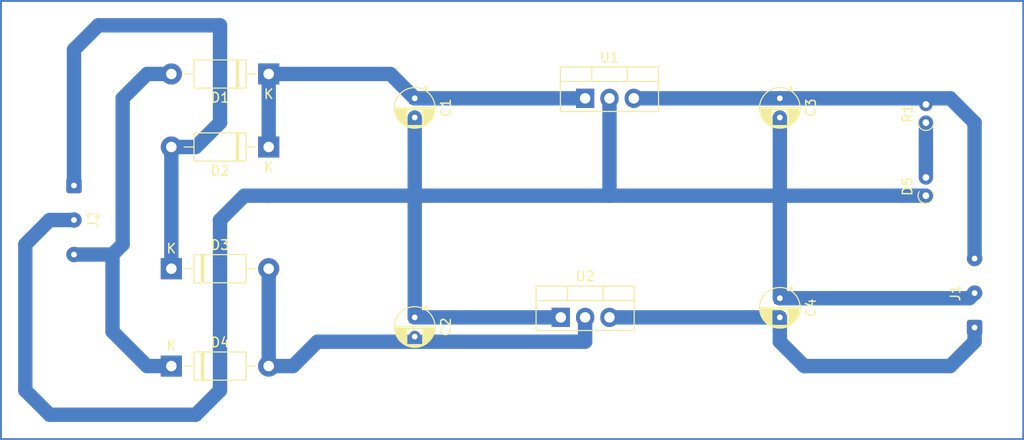
<source format=kicad_pcb>
(kicad_pcb (version 20211014) (generator pcbnew)
  (layers (0 "F.Cu" signal) (31 "B.Cu" signal) (34 "B.Paste" user) (35 "F.Paste" user) (36 "B.SilkS" user "B.Silkscreen") (37 "F.SilkS" user "F.Silkscreen") (38 "B.Mask" user) (39 "F.Mask" user) (44 "Edge.Cuts" user))
  (net 0 "")
  (net 1 "Net-(C1-Pad1)")
  (net 2 "Net-(D5-Pad2)")
  (net 3 "Net-(C2-Pad2)")
  (net 4 "Net-(C3-Pad1)")
  (net 5 "Net-(C4-Pad2)")
  (net 6 "Net-(C1-Pad2)")
  (net 7 "Net-(D1-Pad2)")
  (net 8 "Net-(D2-Pad2)")
  (footprint "Diode_THT:D_DO-41_SOD81_P10.16mm_Horizontal" (layer "F.Cu") (at 88.9 73.66 180)
    (fp_text reference "D1" (at 5.08 -2.47) (layer "F.SilkS"))
    (fp_text value "1N4007")
    (fp_text user "K" (at 0 -2.1) (layer "F.SilkS"))
    (fp_line (start 7.8 -1.47) (end 2.36 -1.47) (layer "F.SilkS") (width 0.12))
    (fp_line (start 7.8 1.47) (end 7.8 -1.47) (layer "F.SilkS") (width 0.12))
    (fp_line (start 3.26 -1.47) (end 3.26 1.47) (layer "F.SilkS") (width 0.12))
    (fp_line (start 3.14 -1.47) (end 3.14 1.47) (layer "F.SilkS") (width 0.12))
    (fp_line (start 2.36 -1.47) (end 2.36 1.47) (layer "F.SilkS") (width 0.12))
    (fp_line (start 2.36 1.47) (end 7.8 1.47) (layer "F.SilkS") (width 0.12))
    (fp_line (start 3.38 -1.47) (end 3.38 1.47) (layer "F.SilkS") (width 0.12))
    (fp_line (start 1.34 0) (end 2.36 0) (layer "F.SilkS") (width 0.12))
    (fp_line (start 8.82 0) (end 7.8 0) (layer "F.SilkS") (width 0.12))
    (pad "1" thru_hole rect (at 0 0 180) (size 2.2 2.2) (drill 1.1) (layers *.Cu *.Mask) (net 1 "Net-(C1-Pad1)"))
    (pad "2" thru_hole oval (at 10.16 0 180) (size 2.2 2.2) (drill 1.1) (layers *.Cu *.Mask) (net 7 "Net-(D1-Pad2)"))
  )
  (footprint "Connector_Wire:SolderWire-0.1sqmm_1x03_P3.6mm_D0.4mm_OD1mm" (layer "F.Cu") (at 162.56 100.12 90)
    (fp_text reference "J1" (at 3.6 -2 90) (layer "F.SilkS"))
    (fp_text value "Conn_01x03_Male")
    (pad "1" thru_hole roundrect (at 0 0 90) (size 1.6 1.6) (drill 0.6) (layers *.Cu *.Mask) (roundrect_rratio 0.15625) (net 5 "Net-(C4-Pad2)"))
    (pad "2" thru_hole circle (at 3.6 0 90) (size 1.6 1.6) (drill 0.6) (layers *.Cu *.Mask) (net 6 "Net-(C1-Pad2)"))
    (pad "3" thru_hole circle (at 7.2 0 90) (size 1.6 1.6) (drill 0.6) (layers *.Cu *.Mask) (net 4 "Net-(C3-Pad1)"))
  )
  (footprint "Diode_THT:D_DO-41_SOD81_P10.16mm_Horizontal" (layer "F.Cu") (at 88.9 81.28 180)
    (fp_text reference "D2" (at 5.08 -2.47) (layer "F.SilkS"))
    (fp_text value "1N4007")
    (fp_text user "K" (at 0 -2.1) (layer "F.SilkS"))
    (fp_line (start 7.8 1.47) (end 7.8 -1.47) (layer "F.SilkS") (width 0.12))
    (fp_line (start 3.38 -1.47) (end 3.38 1.47) (layer "F.SilkS") (width 0.12))
    (fp_line (start 7.8 -1.47) (end 2.36 -1.47) (layer "F.SilkS") (width 0.12))
    (fp_line (start 3.26 -1.47) (end 3.26 1.47) (layer "F.SilkS") (width 0.12))
    (fp_line (start 8.82 0) (end 7.8 0) (layer "F.SilkS") (width 0.12))
    (fp_line (start 2.36 1.47) (end 7.8 1.47) (layer "F.SilkS") (width 0.12))
    (fp_line (start 1.34 0) (end 2.36 0) (layer "F.SilkS") (width 0.12))
    (fp_line (start 3.14 -1.47) (end 3.14 1.47) (layer "F.SilkS") (width 0.12))
    (fp_line (start 2.36 -1.47) (end 2.36 1.47) (layer "F.SilkS") (width 0.12))
    (pad "1" thru_hole rect (at 0 0 180) (size 2.2 2.2) (drill 1.1) (layers *.Cu *.Mask) (net 1 "Net-(C1-Pad1)"))
    (pad "2" thru_hole oval (at 10.16 0 180) (size 2.2 2.2) (drill 1.1) (layers *.Cu *.Mask) (net 8 "Net-(D2-Pad2)"))
  )
  (footprint "Package_TO_SOT_THT:TO-220-3_Vertical" (layer "F.Cu") (at 119.38 99.06)
    (fp_text reference "U2" (at 2.54 -4.27) (layer "F.SilkS"))
    (fp_text value "LM7912_TO220")
    (fp_line (start -2.58 -1.76) (end 7.66 -1.76) (layer "F.SilkS") (width 0.12))
    (fp_line (start -2.58 1.371) (end 7.66 1.371) (layer "F.SilkS") (width 0.12))
    (fp_line (start 0.69 -3.27) (end 0.69 -1.76) (layer "F.SilkS") (width 0.12))
    (fp_line (start 7.66 -3.27) (end 7.66 1.371) (layer "F.SilkS") (width 0.12))
    (fp_line (start 4.391 -3.27) (end 4.391 -1.76) (layer "F.SilkS") (width 0.12))
    (fp_line (start -2.58 -3.27) (end -2.58 1.371) (layer "F.SilkS") (width 0.12))
    (fp_line (start -2.58 -3.27) (end 7.66 -3.27) (layer "F.SilkS") (width 0.12))
    (pad "1" thru_hole rect (at 0 0) (size 1.905 2) (drill 1.1) (layers *.Cu *.Mask) (net 6 "Net-(C1-Pad2)"))
    (pad "2" thru_hole oval (at 2.54 0) (size 1.905 2) (drill 1.1) (layers *.Cu *.Mask) (net 3 "Net-(C2-Pad2)"))
    (pad "3" thru_hole oval (at 5.08 0) (size 1.905 2) (drill 1.1) (layers *.Cu *.Mask) (net 5 "Net-(C4-Pad2)"))
  )
  (footprint "Capacitor_THT:CP_Radial_D4.0mm_P2.00mm" (layer "F.Cu") (at 104.14 99.06 -90)
    (fp_text reference "C2" (at 1 -3.25 90) (layer "F.SilkS"))
    (fp_text value "1000uf")
    (fp_line (start 1.841 -1.907) (end 1.841 -0.84) (layer "F.SilkS") (width 0.12))
    (fp_line (start 2.721 0.84) (end 2.721 1.2) (layer "F.SilkS") (width 0.12))
    (fp_line (start 1.52 0.84) (end 1.52 2.016) (layer "F.SilkS") (width 0.12))
    (fp_line (start 3.041 -0.537) (end 3.041 0.537) (layer "F.SilkS") (width 0.12))
    (fp_line (start 2.521 0.84) (end 2.521 1.438) (layer "F.SilkS") (width 0.12))
    (fp_line (start 2.281 0.84) (end 2.281 1.65) (layer "F.SilkS") (width 0.12))
    (fp_line (start 2.321 0.84) (end 2.321 1.619) (layer "F.SilkS") (width 0.12))
    (fp_line (start 2.601 -1.351) (end 2.601 -0.84) (layer "F.SilkS") (width 0.12))
    (fp_line (start 1.52 -2.016) (end 1.52 -0.84) (layer "F.SilkS") (width 0.12))
    (fp_line (start 2.401 -1.552) (end 2.401 -0.84) (layer "F.SilkS") (width 0.12))
    (fp_line (start 1.761 0.84) (end 1.761 1.94) (layer "F.SilkS") (width 0.12))
    (fp_line (start 2.441 -1.516) (end 2.441 -0.84) (layer "F.SilkS") (width 0.12))
    (fp_line (start 1.6 0.84) (end 1.6 1.994) (layer "F.SilkS") (width 0.12))
    (fp_line (start 1.721 -1.954) (end 1.721 -0.84) (layer "F.SilkS") (width 0.12))
    (fp_line (start 1.6 -1.994) (end 1.6 -0.84) (layer "F.SilkS") (width 0.12))
    (fp_line (start 1.24 -2.067) (end 1.24 -0.84) (layer "F.SilkS") (width 0.12))
    (fp_line (start 1.44 0.84) (end 1.44 2.034) (layer "F.SilkS") (width 0.12))
    (fp_line (start 2.041 0.84) (end 2.041 1.808) (layer "F.SilkS") (width 0.12))
    (fp_line (start 1.04 -2.08) (end 1.04 2.08) (layer "F.SilkS") (width 0.12))
    (fp_line (start 1.36 0.84) (end 1.36 2.05) (layer "F.SilkS") (width 0.12))
    (fp_line (start 2.441 0.84) (end 2.441 1.516) (layer "F.SilkS") (width 0.12))
    (fp_line (start 1.721 0.84) (end 1.721 1.954) (layer "F.SilkS") (width 0.12))
    (fp_line (start 1.921 -1.87) (end 1.921 -0.84) (layer "F.SilkS") (width 0.12))
    (fp_line (start 2.161 -1.735) (end 2.161 -0.84) (layer "F.SilkS") (width 0.12))
    (fp_line (start 2.561 0.84) (end 2.561 1.396) (layer "F.SilkS") (width 0.12))
    (fp_line (start 2.361 -1.587) (end 2.361 -0.84) (layer "F.SilkS") (width 0.12))
    (fp_line (start 2.481 -1.478) (end 2.481 -0.84) (layer "F.SilkS") (width 0.12))
    (fp_line (start 2.361 0.84) (end 2.361 1.587) (layer "F.SilkS") (width 0.12))
    (fp_line (start 2.681 -1.254) (end 2.681 -0.84) (layer "F.SilkS") (width 0.12))
    (fp_line (start 1.961 0.84) (end 1.961 1.851) (layer "F.SilkS") (width 0.12))
    (fp_line (start 1.36 -2.05) (end 1.36 -0.84) (layer "F.SilkS") (width 0.12))
    (fp_line (start 2.401 0.84) (end 2.401 1.552) (layer "F.SilkS") (width 0.12))
    (fp_line (start 2.881 -0.94) (end 2.881 0.94) (layer "F.SilkS") (width 0.12))
    (fp_line (start -1.269801 -1.195) (end -0.869801 -1.195) (layer "F.SilkS") (width 0.12))
    (fp_line (start 1.841 0.84) (end 1.841 1.907) (layer "F.SilkS") (width 0.12))
    (fp_line (start 2.161 0.84) (end 2.161 1.735) (layer "F.SilkS") (width 0.12))
    (fp_line (start 2.041 -1.808) (end 2.041 -0.84) (layer "F.SilkS") (width 0.12))
    (fp_line (start 1.28 -2.062) (end 1.28 -0.84) (layer "F.SilkS") (width 0.12))
    (fp_line (start -1.069801 -1.395) (end -1.069801 -0.995) (layer "F.SilkS") (width 0.12))
    (fp_line (start 1.48 0.84) (end 1.48 2.025) (layer "F.SilkS") (width 0.12))
    (fp_line (start 2.961 -0.768) (end 2.961 0.768) (layer "F.SilkS") (width 0.12))
    (fp_line (start 2.721 -1.2) (end 2.721 -0.84) (layer "F.SilkS") (width 0.12))
    (fp_line (start 2.841 -1.013) (end 2.841 1.013) (layer "F.SilkS") (width 0.12))
    (fp_line (start 1.2 0.84) (end 1.2 2.071) (layer "F.SilkS") (width 0.12))
    (fp_line (start 2.761 -1.142) (end 2.761 -0.84) (layer "F.SilkS") (width 0.12))
    (fp_line (start 2.481 0.84) (end 2.481 1.478) (layer "F.SilkS") (width 0.12))
    (fp_line (start 2.521 -1.438) (end 2.521 -0.84) (layer "F.SilkS") (width 0.12))
    (fp_line (start 2.801 -1.08) (end 2.801 -0.84) (layer "F.SilkS") (width 0.12))
    (fp_line (start 2.241 0.84) (end 2.241 1.68) (layer "F.SilkS") (width 0.12))
    (fp_line (start 2.001 -1.83) (end 2.001 -0.84) (layer "F.SilkS") (width 0.12))
    (fp_line (start 2.561 -1.396) (end 2.561 -0.84) (layer "F.SilkS") (width 0.12))
    (fp_line (start 2.201 0.84) (end 2.201 1.708) (layer "F.SilkS") (width 0.12))
    (fp_line (start 2.921 -0.859) (end 2.921 0.859) (layer "F.SilkS") (width 0.12))
    (fp_line (start 1.4 0.84) (end 1.4 2.042) (layer "F.SilkS") (width 0.12))
    (fp_line (start 1 -2.08) (end 1 2.08) (layer "F.SilkS") (width 0.12))
    (fp_line (start 1.881 -1.889) (end 1.881 -0.84) (layer "F.SilkS") (width 0.12))
    (fp_line (start 1.68 0.84) (end 1.68 1.968) (layer "F.SilkS") (width 0.12))
    (fp_line (start 1.801 0.84) (end 1.801 1.924) (layer "F.SilkS") (width 0.12))
    (fp_line (start 1.44 -2.034) (end 1.44 -0.84) (layer "F.SilkS") (width 0.12))
    (fp_line (start 2.121 -1.76) (end 2.121 -0.84) (layer "F.SilkS") (width 0.12))
    (fp_line (start 2.801 0.84) (end 2.801 1.08) (layer "F.SilkS") (width 0.12))
    (fp_line (start 2.001 0.84) (end 2.001 1.83) (layer "F.SilkS") (width 0.12))
    (fp_line (start 2.081 -1.785) (end 2.081 -0.84) (layer "F.SilkS") (width 0.12))
    (fp_line (start 1.961 -1.851) (end 1.961 -0.84) (layer "F.SilkS") (width 0.12))
    (fp_line (start 2.601 0.84) (end 2.601 1.351) (layer "F.SilkS") (width 0.12))
    (fp_line (start 1.24 0.84) (end 1.24 2.067) (layer "F.SilkS") (width 0.12))
    (fp_line (start 2.641 0.84) (end 2.641 1.304) (layer "F.SilkS") (width 0.12))
    (fp_line (start 1.921 0.84) (end 1.921 1.87) (layer "F.SilkS") (width 0.12))
    (fp_line (start 1.64 -1.982) (end 1.64 -0.84) (layer "F.SilkS") (width 0.12))
    (fp_line (start 2.121 0.84) (end 2.121 1.76) (layer "F.SilkS") (width 0.12))
    (fp_line (start 1.2 -2.071) (end 1.2 -0.84) (layer "F.SilkS") (width 0.12))
    (fp_line (start 2.681 0.84) (end 2.681 1.254) (layer "F.SilkS") (width 0.12))
    (fp_line (start 2.641 -1.304) (end 2.641 -0.84) (layer "F.SilkS") (width 0.12))
    (fp_line (start 1.56 0.84) (end 1.56 2.005) (layer "F.SilkS") (width 0.12))
    (fp_line (start 2.761 0.84) (end 2.761 1.142) (layer "F.SilkS") (width 0.12))
    (fp_line (start 1.64 0.84) (end 1.64 1.982) (layer "F.SilkS") (width 0.12))
    (fp_line (start 1.56 -2.005) (end 1.56 -0.84) (layer "F.SilkS") (width 0.12))
    (fp_line (start 1.08 -2.079) (end 1.08 2.079) (layer "F.SilkS") (width 0.12))
    (fp_line (start 1.28 0.84) (end 1.28 2.062) (layer "F.SilkS") (width 0.12))
    (fp_line (start 2.281 -1.65) (end 2.281 -0.84) (layer "F.SilkS") (width 0.12))
    (fp_line (start 1.32 -2.056) (end 1.32 -0.84) (layer "F.SilkS") (width 0.12))
    (fp_line (start 1.881 0.84) (end 1.881 1.889) (layer "F.SilkS") (width 0.12))
    (fp_line (start 2.201 -1.708) (end 2.201 -0.84) (layer "F.SilkS") (width 0.12))
    (fp_line (start 2.241 -1.68) (end 2.241 -0.84) (layer "F.SilkS") (width 0.12))
    (fp_line (start 1.48 -2.025) (end 1.48 -0.84) (layer "F.SilkS") (width 0.12))
    (fp_line (start 1.12 -2.077) (end 1.12 2.077) (layer "F.SilkS") (width 0.12))
    (fp_line (start 1.32 0.84) (end 1.32 2.056) (layer "F.SilkS") (width 0.12))
    (fp_line (start 3.081 -0.37) (end 3.081 0.37) (layer "F.SilkS") (width 0.12))
    (fp_line (start 1.16 -2.074) (end 1.16 2.074) (layer "F.SilkS") (width 0.12))
    (fp_line (start 2.321 -1.619) (end 2.321 -0.84) (layer "F.SilkS") (width 0.12))
    (fp_line (start 1.801 -1.924) (end 1.801 -0.84) (layer "F.SilkS") (width 0.12))
    (fp_line (start 1.4 -2.042) (end 1.4 -0.84) (layer "F.SilkS") (width 0.12))
    (fp_line (start 1.68 -1.968) (end 1.68 -0.84) (layer "F.SilkS") (width 0.12))
    (fp_line (start 1.761 -1.94) (end 1.761 -0.84) (layer "F.SilkS") (width 0.12))
    (fp_line (start 3.001 -0.664) (end 3.001 0.664) (layer "F.SilkS") (width 0.12))
    (fp_line (start 2.081 0.84) (end 2.081 1.785) (layer "F.SilkS") (width 0.12))
    (fp_circle (center 1 0) (end 3.12 0) (layer "F.SilkS") (width 0.12) (fill none))
    (pad "1" thru_hole rect (at 0 0 270) (size 1.2 1.2) (drill 0.6) (layers *.Cu *.Mask) (net 6 "Net-(C1-Pad2)"))
    (pad "2" thru_hole circle (at 2 0 270) (size 1.2 1.2) (drill 0.6) (layers *.Cu *.Mask) (net 3 "Net-(C2-Pad2)"))
  )
  (footprint "Resistor_THT:R_Axial_DIN0204_L3.6mm_D1.6mm_P1.90mm_Vertical" (layer "F.Cu") (at 157.48 78.74 90)
    (fp_text reference "R1" (at 0.95 -1.92 90) (layer "F.SilkS"))
    (fp_text value "R_Small")
    (fp_arc (start 0.320095 0.749359) (mid -0.813042 -0.054435) (end 0.417133 -0.7) (layer "F.SilkS") (width 0.12))
    (pad "1" thru_hole circle (at 0 0 90) (size 1.4 1.4) (drill 0.7) (layers *.Cu *.Mask) (net 2 "Net-(D5-Pad2)"))
    (pad "2" thru_hole oval (at 1.9 0 90) (size 1.4 1.4) (drill 0.7) (layers *.Cu *.Mask) (net 4 "Net-(C3-Pad1)"))
  )
  (footprint "Capacitor_THT:CP_Radial_D4.0mm_P2.00mm" (layer "F.Cu") (at 142.24 97.06 -90)
    (fp_text reference "C4" (at 1 -3.25 90) (layer "F.SilkS"))
    (fp_text value "100uf")
    (fp_line (start 1.32 0.84) (end 1.32 2.056) (layer "F.SilkS") (width 0.12))
    (fp_line (start 1 -2.08) (end 1 2.08) (layer "F.SilkS") (width 0.12))
    (fp_line (start 2.321 0.84) (end 2.321 1.619) (layer "F.SilkS") (width 0.12))
    (fp_line (start 3.001 -0.664) (end 3.001 0.664) (layer "F.SilkS") (width 0.12))
    (fp_line (start 2.401 0.84) (end 2.401 1.552) (layer "F.SilkS") (width 0.12))
    (fp_line (start 2.521 -1.438) (end 2.521 -0.84) (layer "F.SilkS") (width 0.12))
    (fp_line (start 2.081 -1.785) (end 2.081 -0.84) (layer "F.SilkS") (width 0.12))
    (fp_line (start 1.2 -2.071) (end 1.2 -0.84) (layer "F.SilkS") (width 0.12))
    (fp_line (start 2.481 0.84) (end 2.481 1.478) (layer "F.SilkS") (width 0.12))
    (fp_line (start -1.069801 -1.395) (end -1.069801 -0.995) (layer "F.SilkS") (width 0.12))
    (fp_line (start 2.361 0.84) (end 2.361 1.587) (layer "F.SilkS") (width 0.12))
    (fp_line (start 2.881 -0.94) (end 2.881 0.94) (layer "F.SilkS") (width 0.12))
    (fp_line (start 2.721 -1.2) (end 2.721 -0.84) (layer "F.SilkS") (width 0.12))
    (fp_line (start 1.36 0.84) (end 1.36 2.05) (layer "F.SilkS") (width 0.12))
    (fp_line (start 1.68 -1.968) (end 1.68 -0.84) (layer "F.SilkS") (width 0.12))
    (fp_line (start 2.561 0.84) (end 2.561 1.396) (layer "F.SilkS") (width 0.12))
    (fp_line (start 2.481 -1.478) (end 2.481 -0.84) (layer "F.SilkS") (width 0.12))
    (fp_line (start 1.881 -1.889) (end 1.881 -0.84) (layer "F.SilkS") (width 0.12))
    (fp_line (start 1.56 0.84) (end 1.56 2.005) (layer "F.SilkS") (width 0.12))
    (fp_line (start 1.64 0.84) (end 1.64 1.982) (layer "F.SilkS") (width 0.12))
    (fp_line (start 2.241 0.84) (end 2.241 1.68) (layer "F.SilkS") (width 0.12))
    (fp_line (start 2.601 -1.351) (end 2.601 -0.84) (layer "F.SilkS") (width 0.12))
    (fp_line (start 2.441 -1.516) (end 2.441 -0.84) (layer "F.SilkS") (width 0.12))
    (fp_line (start -1.269801 -1.195) (end -0.869801 -1.195) (layer "F.SilkS") (width 0.12))
    (fp_line (start 1.36 -2.05) (end 1.36 -0.84) (layer "F.SilkS") (width 0.12))
    (fp_line (start 2.641 -1.304) (end 2.641 -0.84) (layer "F.SilkS") (width 0.12))
    (fp_line (start 2.281 0.84) (end 2.281 1.65) (layer "F.SilkS") (width 0.12))
    (fp_line (start 1.841 -1.907) (end 1.841 -0.84) (layer "F.SilkS") (width 0.12))
    (fp_line (start 2.681 -1.254) (end 2.681 -0.84) (layer "F.SilkS") (width 0.12))
    (fp_line (start 2.641 0.84) (end 2.641 1.304) (layer "F.SilkS") (width 0.12))
    (fp_line (start 2.681 0.84) (end 2.681 1.254) (layer "F.SilkS") (width 0.12))
    (fp_line (start 1.881 0.84) (end 1.881 1.889) (layer "F.SilkS") (width 0.12))
    (fp_line (start 1.721 0.84) (end 1.721 1.954) (layer "F.SilkS") (width 0.12))
    (fp_line (start 1.52 -2.016) (end 1.52 -0.84) (layer "F.SilkS") (width 0.12))
    (fp_line (start 2.361 -1.587) (end 2.361 -0.84) (layer "F.SilkS") (width 0.12))
    (fp_line (start 1.12 -2.077) (end 1.12 2.077) (layer "F.SilkS") (width 0.12))
    (fp_line (start 2.041 0.84) (end 2.041 1.808) (layer "F.SilkS") (width 0.12))
    (fp_line (start 1.24 -2.067) (end 1.24 -0.84) (layer "F.SilkS") (width 0.12))
    (fp_line (start 2.121 -1.76) (end 2.121 -0.84) (layer "F.SilkS") (width 0.12))
    (fp_line (start 2.561 -1.396) (end 2.561 -0.84) (layer "F.SilkS") (width 0.12))
    (fp_line (start 2.001 0.84) (end 2.001 1.83) (layer "F.SilkS") (width 0.12))
    (fp_line (start 2.121 0.84) (end 2.121 1.76) (layer "F.SilkS") (width 0.12))
    (fp_line (start 1.4 -2.042) (end 1.4 -0.84) (layer "F.SilkS") (width 0.12))
    (fp_line (start 2.761 -1.142) (end 2.761 -0.84) (layer "F.SilkS") (width 0.12))
    (fp_line (start 2.281 -1.65) (end 2.281 -0.84) (layer "F.SilkS") (width 0.12))
    (fp_line (start 1.48 0.84) (end 1.48 2.025) (layer "F.SilkS") (width 0.12))
    (fp_line (start 1.801 -1.924) (end 1.801 -0.84) (layer "F.SilkS") (width 0.12))
    (fp_line (start 2.721 0.84) (end 2.721 1.2) (layer "F.SilkS") (width 0.12))
    (fp_line (start 1.28 0.84) (end 1.28 2.062) (layer "F.SilkS") (width 0.12))
    (fp_line (start 1.721 -1.954) (end 1.721 -0.84) (layer "F.SilkS") (width 0.12))
    (fp_line (start 1.24 0.84) (end 1.24 2.067) (layer "F.SilkS") (width 0.12))
    (fp_line (start 2.441 0.84) (end 2.441 1.516) (layer "F.SilkS") (width 0.12))
    (fp_line (start 1.28 -2.062) (end 1.28 -0.84) (layer "F.SilkS") (width 0.12))
    (fp_line (start 1.68 0.84) (end 1.68 1.968) (layer "F.SilkS") (width 0.12))
    (fp_line (start 1.6 0.84) (end 1.6 1.994) (layer "F.SilkS") (width 0.12))
    (fp_line (start 2.401 -1.552) (end 2.401 -0.84) (layer "F.SilkS") (width 0.12))
    (fp_line (start 2.201 0.84) (end 2.201 1.708) (layer "F.SilkS") (width 0.12))
    (fp_line (start 1.961 0.84) (end 1.961 1.851) (layer "F.SilkS") (width 0.12))
    (fp_line (start 2.521 0.84) (end 2.521 1.438) (layer "F.SilkS") (width 0.12))
    (fp_line (start 1.801 0.84) (end 1.801 1.924) (layer "F.SilkS") (width 0.12))
    (fp_line (start 2.321 -1.619) (end 2.321 -0.84) (layer "F.SilkS") (width 0.12))
    (fp_line (start 1.4 0.84) (end 1.4 2.042) (layer "F.SilkS") (width 0.12))
    (fp_line (start 1.761 0.84) (end 1.761 1.94) (layer "F.SilkS") (width 0.12))
    (fp_line (start 1.56 -2.005) (end 1.56 -0.84) (layer "F.SilkS") (width 0.12))
    (fp_line (start 2.841 -1.013) (end 2.841 1.013) (layer "F.SilkS") (width 0.12))
    (fp_line (start 1.16 -2.074) (end 1.16 2.074) (layer "F.SilkS") (width 0.12))
    (fp_line (start 1.921 0.84) (end 1.921 1.87) (layer "F.SilkS") (width 0.12))
    (fp_line (start 2.161 0.84) (end 2.161 1.735) (layer "F.SilkS") (width 0.12))
    (fp_line (start 1.32 -2.056) (end 1.32 -0.84) (layer "F.SilkS") (width 0.12))
    (fp_line (start 2.201 -1.708) (end 2.201 -0.84) (layer "F.SilkS") (width 0.12))
    (fp_line (start 2.161 -1.735) (end 2.161 -0.84) (layer "F.SilkS") (width 0.12))
    (fp_line (start 1.48 -2.025) (end 1.48 -0.84) (layer "F.SilkS") (width 0.12))
    (fp_line (start 1.6 -1.994) (end 1.6 -0.84) (layer "F.SilkS") (width 0.12))
    (fp_line (start 3.041 -0.537) (end 3.041 0.537) (layer "F.SilkS") (width 0.12))
    (fp_line (start 2.041 -1.808) (end 2.041 -0.84) (layer "F.SilkS") (width 0.12))
    (fp_line (start 2.601 0.84) (end 2.601 1.351) (layer "F.SilkS") (width 0.12))
    (fp_line (start 1.08 -2.079) (end 1.08 2.079) (layer "F.SilkS") (width 0.12))
    (fp_line (start 2.801 -1.08) (end 2.801 -0.84) (layer "F.SilkS") (width 0.12))
    (fp_line (start 1.921 -1.87) (end 1.921 -0.84) (layer "F.SilkS") (width 0.12))
    (fp_line (start 3.081 -0.37) (end 3.081 0.37) (layer "F.SilkS") (width 0.12))
    (fp_line (start 1.961 -1.851) (end 1.961 -0.84) (layer "F.SilkS") (width 0.12))
    (fp_line (start 1.44 0.84) (end 1.44 2.034) (layer "F.SilkS") (width 0.12))
    (fp_line (start 1.44 -2.034) (end 1.44 -0.84) (layer "F.SilkS") (width 0.12))
    (fp_line (start 2.801 0.84) (end 2.801 1.08) (layer "F.SilkS") (width 0.12))
    (fp_line (start 2.241 -1.68) (end 2.241 -0.84) (layer "F.SilkS") (width 0.12))
    (fp_line (start 1.64 -1.982) (end 1.64 -0.84) (layer "F.SilkS") (width 0.12))
    (fp_line (start 2.001 -1.83) (end 2.001 -0.84) (layer "F.SilkS") (width 0.12))
    (fp_line (start 1.52 0.84) (end 1.52 2.016) (layer "F.SilkS") (width 0.12))
    (fp_line (start 1.04 -2.08) (end 1.04 2.08) (layer "F.SilkS") (width 0.12))
    (fp_line (start 1.761 -1.94) (end 1.761 -0.84) (layer "F.SilkS") (width 0.12))
    (fp_line (start 1.2 0.84) (end 1.2 2.071) (layer "F.SilkS") (width 0.12))
    (fp_line (start 2.921 -0.859) (end 2.921 0.859) (layer "F.SilkS") (width 0.12))
    (fp_line (start 2.081 0.84) (end 2.081 1.785) (layer "F.SilkS") (width 0.12))
    (fp_line (start 2.961 -0.768) (end 2.961 0.768) (layer "F.SilkS") (width 0.12))
    (fp_line (start 1.841 0.84) (end 1.841 1.907) (layer "F.SilkS") (width 0.12))
    (fp_line (start 2.761 0.84) (end 2.761 1.142) (layer "F.SilkS") (width 0.12))
    (fp_circle (center 1 0) (end 3.12 0) (layer "F.SilkS") (width 0.12) (fill none))
    (pad "1" thru_hole rect (at 0 0 270) (size 1.2 1.2) (drill 0.6) (layers *.Cu *.Mask) (net 6 "Net-(C1-Pad2)"))
    (pad "2" thru_hole circle (at 2 0 270) (size 1.2 1.2) (drill 0.6) (layers *.Cu *.Mask) (net 5 "Net-(C4-Pad2)"))
  )
  (footprint "Diode_THT:D_DO-41_SOD81_P10.16mm_Horizontal" (layer "F.Cu") (at 78.74 93.98)
    (fp_text reference "D3" (at 5.08 -2.47) (layer "F.SilkS"))
    (fp_text value "1N4007")
    (fp_text user "K" (at 0 -2.1) (layer "F.SilkS"))
    (fp_line (start 7.8 1.47) (end 7.8 -1.47) (layer "F.SilkS") (width 0.12))
    (fp_line (start 1.34 0) (end 2.36 0) (layer "F.SilkS") (width 0.12))
    (fp_line (start 2.36 1.47) (end 7.8 1.47) (layer "F.SilkS") (width 0.12))
    (fp_line (start 3.26 -1.47) (end 3.26 1.47) (layer "F.SilkS") (width 0.12))
    (fp_line (start 3.14 -1.47) (end 3.14 1.47) (layer "F.SilkS") (width 0.12))
    (fp_line (start 2.36 -1.47) (end 2.36 1.47) (layer "F.SilkS") (width 0.12))
    (fp_line (start 7.8 -1.47) (end 2.36 -1.47) (layer "F.SilkS") (width 0.12))
    (fp_line (start 8.82 0) (end 7.8 0) (layer "F.SilkS") (width 0.12))
    (fp_line (start 3.38 -1.47) (end 3.38 1.47) (layer "F.SilkS") (width 0.12))
    (pad "1" thru_hole rect (at 0 0) (size 2.2 2.2) (drill 1.1) (layers *.Cu *.Mask) (net 8 "Net-(D2-Pad2)"))
    (pad "2" thru_hole oval (at 10.16 0) (size 2.2 2.2) (drill 1.1) (layers *.Cu *.Mask) (net 3 "Net-(C2-Pad2)"))
  )
  (footprint "Resistor_THT:R_Axial_DIN0204_L3.6mm_D1.6mm_P1.90mm_Vertical" (layer "F.Cu") (at 157.48 86.36 90)
    (fp_text reference "D5" (at 0.95 -1.92 90) (layer "F.SilkS"))
    (fp_text value "LED")
    (fp_arc (start 0.320095 0.749359) (mid -0.813042 -0.054435) (end 0.417133 -0.7) (layer "F.SilkS") (width 0.12))
    (pad "1" thru_hole circle (at 0 0 90) (size 1.4 1.4) (drill 0.7) (layers *.Cu *.Mask) (net 6 "Net-(C1-Pad2)"))
    (pad "2" thru_hole oval (at 1.9 0 90) (size 1.4 1.4) (drill 0.7) (layers *.Cu *.Mask) (net 2 "Net-(D5-Pad2)"))
  )
  (footprint "Capacitor_THT:CP_Radial_D4.0mm_P2.00mm" (layer "F.Cu") (at 142.24 76.2 -90)
    (fp_text reference "C3" (at 1 -3.25 90) (layer "F.SilkS"))
    (fp_text value "100uf")
    (fp_line (start 2.241 -1.68) (end 2.241 -0.84) (layer "F.SilkS") (width 0.12))
    (fp_line (start 3.001 -0.664) (end 3.001 0.664) (layer "F.SilkS") (width 0.12))
    (fp_line (start 2.041 0.84) (end 2.041 1.808) (layer "F.SilkS") (width 0.12))
    (fp_line (start 1.801 0.84) (end 1.801 1.924) (layer "F.SilkS") (width 0.12))
    (fp_line (start 1.16 -2.074) (end 1.16 2.074) (layer "F.SilkS") (width 0.12))
    (fp_line (start 3.041 -0.537) (end 3.041 0.537) (layer "F.SilkS") (width 0.12))
    (fp_line (start 1.36 -2.05) (end 1.36 -0.84) (layer "F.SilkS") (width 0.12))
    (fp_line (start 1.56 0.84) (end 1.56 2.005) (layer "F.SilkS") (width 0.12))
    (fp_line (start 2.241 0.84) (end 2.241 1.68) (layer "F.SilkS") (width 0.12))
    (fp_line (start 2.761 0.84) (end 2.761 1.142) (layer "F.SilkS") (width 0.12))
    (fp_line (start 1.32 -2.056) (end 1.32 -0.84) (layer "F.SilkS") (width 0.12))
    (fp_line (start 2.361 -1.587) (end 2.361 -0.84) (layer "F.SilkS") (width 0.12))
    (fp_line (start 1 -2.08) (end 1 2.08) (layer "F.SilkS") (width 0.12))
    (fp_line (start 1.24 -2.067) (end 1.24 -0.84) (layer "F.SilkS") (width 0.12))
    (fp_line (start 2.401 -1.552) (end 2.401 -0.84) (layer "F.SilkS") (width 0.12))
    (fp_line (start 1.921 -1.87) (end 1.921 -0.84) (layer "F.SilkS") (width 0.12))
    (fp_line (start 1.2 0.84) (end 1.2 2.071) (layer "F.SilkS") (width 0.12))
    (fp_line (start 2.361 0.84) (end 2.361 1.587) (layer "F.SilkS") (width 0.12))
    (fp_line (start 1.921 0.84) (end 1.921 1.87) (layer "F.SilkS") (width 0.12))
    (fp_line (start 3.081 -0.37) (end 3.081 0.37) (layer "F.SilkS") (width 0.12))
    (fp_line (start 1.721 -1.954) (end 1.721 -0.84) (layer "F.SilkS") (width 0.12))
    (fp_line (start 2.161 -1.735) (end 2.161 -0.84) (layer "F.SilkS") (width 0.12))
    (fp_line (start 2.321 -1.619) (end 2.321 -0.84) (layer "F.SilkS") (width 0.12))
    (fp_line (start 1.32 0.84) (end 1.32 2.056) (layer "F.SilkS") (width 0.12))
    (fp_line (start 1.881 -1.889) (end 1.881 -0.84) (layer "F.SilkS") (width 0.12))
    (fp_line (start 2.681 0.84) (end 2.681 1.254) (layer "F.SilkS") (width 0.12))
    (fp_line (start 1.36 0.84) (end 1.36 2.05) (layer "F.SilkS") (width 0.12))
    (fp_line (start 2.001 0.84) (end 2.001 1.83) (layer "F.SilkS") (width 0.12))
    (fp_line (start 1.08 -2.079) (end 1.08 2.079) (layer "F.SilkS") (width 0.12))
    (fp_line (start 2.801 0.84) (end 2.801 1.08) (layer "F.SilkS") (width 0.12))
    (fp_line (start 2.121 0.84) (end 2.121 1.76) (layer "F.SilkS") (width 0.12))
    (fp_line (start 1.2 -2.071) (end 1.2 -0.84) (layer "F.SilkS") (width 0.12))
    (fp_line (start 2.081 -1.785) (end 2.081 -0.84) (layer "F.SilkS") (width 0.12))
    (fp_line (start 2.041 -1.808) (end 2.041 -0.84) (layer "F.SilkS") (width 0.12))
    (fp_line (start 2.521 0.84) (end 2.521 1.438) (layer "F.SilkS") (width 0.12))
    (fp_line (start 2.001 -1.83) (end 2.001 -0.84) (layer "F.SilkS") (width 0.12))
    (fp_line (start 1.721 0.84) (end 1.721 1.954) (layer "F.SilkS") (width 0.12))
    (fp_line (start 2.681 -1.254) (end 2.681 -0.84) (layer "F.SilkS") (width 0.12))
    (fp_line (start 2.881 -0.94) (end 2.881 0.94) (layer "F.SilkS") (width 0.12))
    (fp_line (start 2.201 0.84) (end 2.201 1.708) (layer "F.SilkS") (width 0.12))
    (fp_line (start 2.561 -1.396) (end 2.561 -0.84) (layer "F.SilkS") (width 0.12))
    (fp_line (start 1.68 -1.968) (end 1.68 -0.84) (layer "F.SilkS") (width 0.12))
    (fp_line (start 1.68 0.84) (end 1.68 1.968) (layer "F.SilkS") (width 0.12))
    (fp_line (start 1.961 -1.851) (end 1.961 -0.84) (layer "F.SilkS") (width 0.12))
    (fp_line (start 1.28 -2.062) (end 1.28 -0.84) (layer "F.SilkS") (width 0.12))
    (fp_line (start 1.841 0.84) (end 1.841 1.907) (layer "F.SilkS") (width 0.12))
    (fp_line (start 1.48 -2.025) (end 1.48 -0.84) (layer "F.SilkS") (width 0.12))
    (fp_line (start 1.52 0.84) (end 1.52 2.016) (layer "F.SilkS") (width 0.12))
    (fp_line (start 1.4 0.84) (end 1.4 2.042) (layer "F.SilkS") (width 0.12))
    (fp_line (start 2.481 0.84) (end 2.481 1.478) (layer "F.SilkS") (width 0.12))
    (fp_line (start 2.441 0.84) (end 2.441 1.516) (layer "F.SilkS") (width 0.12))
    (fp_line (start 2.161 0.84) (end 2.161 1.735) (layer "F.SilkS") (width 0.12))
    (fp_line (start 2.401 0.84) (end 2.401 1.552) (layer "F.SilkS") (width 0.12))
    (fp_line (start 2.641 -1.304) (end 2.641 -0.84) (layer "F.SilkS") (width 0.12))
    (fp_line (start 2.761 -1.142) (end 2.761 -0.84) (layer "F.SilkS") (width 0.12))
    (fp_line (start 2.921 -0.859) (end 2.921 0.859) (layer "F.SilkS") (width 0.12))
    (fp_line (start 1.48 0.84) (end 1.48 2.025) (layer "F.SilkS") (width 0.12))
    (fp_line (start 1.841 -1.907) (end 1.841 -0.84) (layer "F.SilkS") (width 0.12))
    (fp_line (start 1.44 0.84) (end 1.44 2.034) (layer "F.SilkS") (width 0.12))
    (fp_line (start 2.441 -1.516) (end 2.441 -0.84) (layer "F.SilkS") (width 0.12))
    (fp_line (start 2.281 0.84) (end 2.281 1.65) (layer "F.SilkS") (width 0.12))
    (fp_line (start 2.121 -1.76) (end 2.121 -0.84) (layer "F.SilkS") (width 0.12))
    (fp_line (start 1.24 0.84) (end 1.24 2.067) (layer "F.SilkS") (width 0.12))
    (fp_line (start 1.64 -1.982) (end 1.64 -0.84) (layer "F.SilkS") (width 0.12))
    (fp_line (start 1.6 -1.994) (end 1.6 -0.84) (layer "F.SilkS") (width 0.12))
    (fp_line (start 2.601 0.84) (end 2.601 1.351) (layer "F.SilkS") (width 0.12))
    (fp_line (start 1.801 -1.924) (end 1.801 -0.84) (layer "F.SilkS") (width 0.12))
    (fp_line (start 2.481 -1.478) (end 2.481 -0.84) (layer "F.SilkS") (width 0.12))
    (fp_line (start 2.521 -1.438) (end 2.521 -0.84) (layer "F.SilkS") (width 0.12))
    (fp_line (start 1.4 -2.042) (end 1.4 -0.84) (layer "F.SilkS") (width 0.12))
    (fp_line (start 2.641 0.84) (end 2.641 1.304) (layer "F.SilkS") (width 0.12))
    (fp_line (start 1.961 0.84) (end 1.961 1.851) (layer "F.SilkS") (width 0.12))
    (fp_line (start 1.04 -2.08) (end 1.04 2.08) (layer "F.SilkS") (width 0.12))
    (fp_line (start 1.64 0.84) (end 1.64 1.982) (layer "F.SilkS") (width 0.12))
    (fp_line (start 2.841 -1.013) (end 2.841 1.013) (layer "F.SilkS") (width 0.12))
    (fp_line (start 1.881 0.84) (end 1.881 1.889) (layer "F.SilkS") (width 0.12))
    (fp_line (start 1.761 -1.94) (end 1.761 -0.84) (layer "F.SilkS") (width 0.12))
    (fp_line (start 2.321 0.84) (end 2.321 1.619) (layer "F.SilkS") (width 0.12))
    (fp_line (start 2.081 0.84) (end 2.081 1.785) (layer "F.SilkS") (width 0.12))
    (fp_line (start -1.069801 -1.395) (end -1.069801 -0.995) (layer "F.SilkS") (width 0.12))
    (fp_line (start -1.269801 -1.195) (end -0.869801 -1.195) (layer "F.SilkS") (width 0.12))
    (fp_line (start 1.6 0.84) (end 1.6 1.994) (layer "F.SilkS") (width 0.12))
    (fp_line (start 2.561 0.84) (end 2.561 1.396) (layer "F.SilkS") (width 0.12))
    (fp_line (start 2.281 -1.65) (end 2.281 -0.84) (layer "F.SilkS") (width 0.12))
    (fp_line (start 1.12 -2.077) (end 1.12 2.077) (layer "F.SilkS") (width 0.12))
    (fp_line (start 2.601 -1.351) (end 2.601 -0.84) (layer "F.SilkS") (width 0.12))
    (fp_line (start 2.201 -1.708) (end 2.201 -0.84) (layer "F.SilkS") (width 0.12))
    (fp_line (start 2.721 -1.2) (end 2.721 -0.84) (layer "F.SilkS") (width 0.12))
    (fp_line (start 2.961 -0.768) (end 2.961 0.768) (layer "F.SilkS") (width 0.12))
    (fp_line (start 2.801 -1.08) (end 2.801 -0.84) (layer "F.SilkS") (width 0.12))
    (fp_line (start 1.44 -2.034) (end 1.44 -0.84) (layer "F.SilkS") (width 0.12))
    (fp_line (start 1.761 0.84) (end 1.761 1.94) (layer "F.SilkS") (width 0.12))
    (fp_line (start 2.721 0.84) (end 2.721 1.2) (layer "F.SilkS") (width 0.12))
    (fp_line (start 1.28 0.84) (end 1.28 2.062) (layer "F.SilkS") (width 0.12))
    (fp_line (start 1.56 -2.005) (end 1.56 -0.84) (layer "F.SilkS") (width 0.12))
    (fp_line (start 1.52 -2.016) (end 1.52 -0.84) (layer "F.SilkS") (width 0.12))
    (fp_circle (center 1 0) (end 3.12 0) (layer "F.SilkS") (width 0.12) (fill none))
    (pad "1" thru_hole rect (at 0 0 270) (size 1.2 1.2) (drill 0.6) (layers *.Cu *.Mask) (net 4 "Net-(C3-Pad1)"))
    (pad "2" thru_hole circle (at 2 0 270) (size 1.2 1.2) (drill 0.6) (layers *.Cu *.Mask) (net 6 "Net-(C1-Pad2)"))
  )
  (footprint "Diode_THT:D_DO-41_SOD81_P10.16mm_Horizontal" (layer "F.Cu") (at 78.74 104.14)
    (fp_text reference "D4" (at 5.08 -2.47) (layer "F.SilkS"))
    (fp_text value "1N4007")
    (fp_text user "K" (at 0 -2.1) (layer "F.SilkS"))
    (fp_line (start 3.38 -1.47) (end 3.38 1.47) (layer "F.SilkS") (width 0.12))
    (fp_line (start 7.8 1.47) (end 7.8 -1.47) (layer "F.SilkS") (width 0.12))
    (fp_line (start 1.34 0) (end 2.36 0) (layer "F.SilkS") (width 0.12))
    (fp_line (start 8.82 0) (end 7.8 0) (layer "F.SilkS") (width 0.12))
    (fp_line (start 7.8 -1.47) (end 2.36 -1.47) (layer "F.SilkS") (width 0.12))
    (fp_line (start 3.14 -1.47) (end 3.14 1.47) (layer "F.SilkS") (width 0.12))
    (fp_line (start 2.36 -1.47) (end 2.36 1.47) (layer "F.SilkS") (width 0.12))
    (fp_line (start 3.26 -1.47) (end 3.26 1.47) (layer "F.SilkS") (width 0.12))
    (fp_line (start 2.36 1.47) (end 7.8 1.47) (layer "F.SilkS") (width 0.12))
    (pad "1" thru_hole rect (at 0 0) (size 2.2 2.2) (drill 1.1) (layers *.Cu *.Mask) (net 7 "Net-(D1-Pad2)"))
    (pad "2" thru_hole oval (at 10.16 0) (size 2.2 2.2) (drill 1.1) (layers *.Cu *.Mask) (net 3 "Net-(C2-Pad2)"))
  )
  (footprint "Connector_Wire:SolderWire-0.1sqmm_1x03_P3.6mm_D0.4mm_OD1mm" (layer "F.Cu") (at 68.58 85.3 -90)
    (fp_text reference "J2" (at 3.6 -2 90) (layer "F.SilkS"))
    (fp_text value "Conn_01x03_Male")
    (pad "1" thru_hole roundrect (at 0 0 270) (size 1.6 1.6) (drill 0.6) (layers *.Cu *.Mask) (roundrect_rratio 0.15625) (net 8 "Net-(D2-Pad2)"))
    (pad "2" thru_hole circle (at 3.6 0 270) (size 1.6 1.6) (drill 0.6) (layers *.Cu *.Mask) (net 6 "Net-(C1-Pad2)"))
    (pad "3" thru_hole circle (at 7.2 0 270) (size 1.6 1.6) (drill 0.6) (layers *.Cu *.Mask) (net 7 "Net-(D1-Pad2)"))
  )
  (footprint "Package_TO_SOT_THT:TO-220-3_Vertical" (layer "F.Cu") (at 121.92 76.2)
    (fp_text reference "U1" (at 2.54 -4.27) (layer "F.SilkS"))
    (fp_text value "LM7812_TO220")
    (fp_line (start -2.58 -3.27) (end -2.58 1.371) (layer "F.SilkS") (width 0.12))
    (fp_line (start -2.58 1.371) (end 7.66 1.371) (layer "F.SilkS") (width 0.12))
    (fp_line (start -2.58 -1.76) (end 7.66 -1.76) (layer "F.SilkS") (width 0.12))
    (fp_line (start 4.391 -3.27) (end 4.391 -1.76) (layer "F.SilkS") (width 0.12))
    (fp_line (start 7.66 -3.27) (end 7.66 1.371) (layer "F.SilkS") (width 0.12))
    (fp_line (start 0.69 -3.27) (end 0.69 -1.76) (layer "F.SilkS") (width 0.12))
    (fp_line (start -2.58 -3.27) (end 7.66 -3.27) (layer "F.SilkS") (width 0.12))
    (pad "1" thru_hole rect (at 0 0) (size 1.905 2) (drill 1.1) (layers *.Cu *.Mask) (net 1 "Net-(C1-Pad1)"))
    (pad "2" thru_hole oval (at 2.54 0) (size 1.905 2) (drill 1.1) (layers *.Cu *.Mask) (net 6 "Net-(C1-Pad2)"))
    (pad "3" thru_hole oval (at 5.08 0) (size 1.905 2) (drill 1.1) (layers *.Cu *.Mask) (net 4 "Net-(C3-Pad1)"))
  )
  (footprint "Capacitor_THT:CP_Radial_D4.0mm_P2.00mm" (layer "F.Cu") (at 104.14 76.2 -90)
    (fp_text reference "C1" (at 1 -3.25 90) (layer "F.SilkS"))
    (fp_text value "1000uf")
    (fp_line (start 1.08 -2.079) (end 1.08 2.079) (layer "F.SilkS") (width 0.12))
    (fp_line (start 1.32 -2.056) (end 1.32 -0.84) (layer "F.SilkS") (width 0.12))
    (fp_line (start 1.44 0.84) (end 1.44 2.034) (layer "F.SilkS") (width 0.12))
    (fp_line (start 2.401 -1.552) (end 2.401 -0.84) (layer "F.SilkS") (width 0.12))
    (fp_line (start 1.961 0.84) (end 1.961 1.851) (layer "F.SilkS") (width 0.12))
    (fp_line (start 2.601 0.84) (end 2.601 1.351) (layer "F.SilkS") (width 0.12))
    (fp_line (start 2.641 0.84) (end 2.641 1.304) (layer "F.SilkS") (width 0.12))
    (fp_line (start 2.481 -1.478) (end 2.481 -0.84) (layer "F.SilkS") (width 0.12))
    (fp_line (start 2.241 0.84) (end 2.241 1.68) (layer "F.SilkS") (width 0.12))
    (fp_line (start 2.601 -1.351) (end 2.601 -0.84) (layer "F.SilkS") (width 0.12))
    (fp_line (start 2.001 0.84) (end 2.001 1.83) (layer "F.SilkS") (width 0.12))
    (fp_line (start 2.801 -1.08) (end 2.801 -0.84) (layer "F.SilkS") (width 0.12))
    (fp_line (start 1.961 -1.851) (end 1.961 -0.84) (layer "F.SilkS") (width 0.12))
    (fp_line (start 2.161 0.84) (end 2.161 1.735) (layer "F.SilkS") (width 0.12))
    (fp_line (start 2.281 0.84) (end 2.281 1.65) (layer "F.SilkS") (width 0.12))
    (fp_line (start 2.681 -1.254) (end 2.681 -0.84) (layer "F.SilkS") (width 0.12))
    (fp_line (start 1.68 -1.968) (end 1.68 -0.84) (layer "F.SilkS") (width 0.12))
    (fp_line (start 2.441 0.84) (end 2.441 1.516) (layer "F.SilkS") (width 0.12))
    (fp_line (start 1.761 0.84) (end 1.761 1.94) (layer "F.SilkS") (width 0.12))
    (fp_line (start 2.761 0.84) (end 2.761 1.142) (layer "F.SilkS") (width 0.12))
    (fp_line (start 1.04 -2.08) (end 1.04 2.08) (layer "F.SilkS") (width 0.12))
    (fp_line (start 1.12 -2.077) (end 1.12 2.077) (layer "F.SilkS") (width 0.12))
    (fp_line (start 1.48 0.84) (end 1.48 2.025) (layer "F.SilkS") (width 0.12))
    (fp_line (start 2.081 0.84) (end 2.081 1.785) (layer "F.SilkS") (width 0.12))
    (fp_line (start 1.841 -1.907) (end 1.841 -0.84) (layer "F.SilkS") (width 0.12))
    (fp_line (start 2.361 0.84) (end 2.361 1.587) (layer "F.SilkS") (width 0.12))
    (fp_line (start 1.801 0.84) (end 1.801 1.924) (layer "F.SilkS") (width 0.12))
    (fp_line (start 2.881 -0.94) (end 2.881 0.94) (layer "F.SilkS") (width 0.12))
    (fp_line (start 3.081 -0.37) (end 3.081 0.37) (layer "F.SilkS") (width 0.12))
    (fp_line (start 2.961 -0.768) (end 2.961 0.768) (layer "F.SilkS") (width 0.12))
    (fp_line (start 2.041 0.84) (end 2.041 1.808) (layer "F.SilkS") (width 0.12))
    (fp_line (start 1.761 -1.94) (end 1.761 -0.84) (layer "F.SilkS") (width 0.12))
    (fp_line (start 2.001 -1.83) (end 2.001 -0.84) (layer "F.SilkS") (width 0.12))
    (fp_line (start 2.841 -1.013) (end 2.841 1.013) (layer "F.SilkS") (width 0.12))
    (fp_line (start 2.121 -1.76) (end 2.121 -0.84) (layer "F.SilkS") (width 0.12))
    (fp_line (start 1.921 -1.87) (end 1.921 -0.84) (layer "F.SilkS") (width 0.12))
    (fp_line (start 2.641 -1.304) (end 2.641 -0.84) (layer "F.SilkS") (width 0.12))
    (fp_line (start 1.881 0.84) (end 1.881 1.889) (layer "F.SilkS") (width 0.12))
    (fp_line (start 1.16 -2.074) (end 1.16 2.074) (layer "F.SilkS") (width 0.12))
    (fp_line (start 2.521 0.84) (end 2.521 1.438) (layer "F.SilkS") (width 0.12))
    (fp_line (start 1.68 0.84) (end 1.68 1.968) (layer "F.SilkS") (width 0.12))
    (fp_line (start 2.721 0.84) (end 2.721 1.2) (layer "F.SilkS") (width 0.12))
    (fp_line (start 2.321 0.84) (end 2.321 1.619) (layer "F.SilkS") (width 0.12))
    (fp_line (start 1.6 -1.994) (end 1.6 -0.84) (layer "F.SilkS") (width 0.12))
    (fp_line (start 1.52 0.84) (end 1.52 2.016) (layer "F.SilkS") (width 0.12))
    (fp_line (start 1.24 0.84) (end 1.24 2.067) (layer "F.SilkS") (width 0.12))
    (fp_line (start 1.64 0.84) (end 1.64 1.982) (layer "F.SilkS") (width 0.12))
    (fp_line (start 1.4 -2.042) (end 1.4 -0.84) (layer "F.SilkS") (width 0.12))
    (fp_line (start 2.721 -1.2) (end 2.721 -0.84) (layer "F.SilkS") (width 0.12))
    (fp_line (start 2.561 0.84) (end 2.561 1.396) (layer "F.SilkS") (width 0.12))
    (fp_line (start 2.761 -1.142) (end 2.761 -0.84) (layer "F.SilkS") (width 0.12))
    (fp_line (start 2.241 -1.68) (end 2.241 -0.84) (layer "F.SilkS") (width 0.12))
    (fp_line (start 2.201 -1.708) (end 2.201 -0.84) (layer "F.SilkS") (width 0.12))
    (fp_line (start 1.44 -2.034) (end 1.44 -0.84) (layer "F.SilkS") (width 0.12))
    (fp_line (start 1.921 0.84) (end 1.921 1.87) (layer "F.SilkS") (width 0.12))
    (fp_line (start 1.28 -2.062) (end 1.28 -0.84) (layer "F.SilkS") (width 0.12))
    (fp_line (start 1.56 -2.005) (end 1.56 -0.84) (layer "F.SilkS") (width 0.12))
    (fp_line (start 1.841 0.84) (end 1.841 1.907) (layer "F.SilkS") (width 0.12))
    (fp_line (start 2.401 0.84) (end 2.401 1.552) (layer "F.SilkS") (width 0.12))
    (fp_line (start 2.921 -0.859) (end 2.921 0.859) (layer "F.SilkS") (width 0.12))
    (fp_line (start 1.52 -2.016) (end 1.52 -0.84) (layer "F.SilkS") (width 0.12))
    (fp_line (start 2.201 0.84) (end 2.201 1.708) (layer "F.SilkS") (width 0.12))
    (fp_line (start 2.161 -1.735) (end 2.161 -0.84) (layer "F.SilkS") (width 0.12))
    (fp_line (start 1.721 0.84) (end 1.721 1.954) (layer "F.SilkS") (width 0.12))
    (fp_line (start 1.56 0.84) (end 1.56 2.005) (layer "F.SilkS") (width 0.12))
    (fp_line (start 2.361 -1.587) (end 2.361 -0.84) (layer "F.SilkS") (width 0.12))
    (fp_line (start 2.441 -1.516) (end 2.441 -0.84) (layer "F.SilkS") (width 0.12))
    (fp_line (start 1.48 -2.025) (end 1.48 -0.84) (layer "F.SilkS") (width 0.12))
    (fp_line (start -1.069801 -1.395) (end -1.069801 -0.995) (layer "F.SilkS") (width 0.12))
    (fp_line (start 1.801 -1.924) (end 1.801 -0.84) (layer "F.SilkS") (width 0.12))
    (fp_line (start 1.4 0.84) (end 1.4 2.042) (layer "F.SilkS") (width 0.12))
    (fp_line (start 1.28 0.84) (end 1.28 2.062) (layer "F.SilkS") (width 0.12))
    (fp_line (start 2.521 -1.438) (end 2.521 -0.84) (layer "F.SilkS") (width 0.12))
    (fp_line (start 2.481 0.84) (end 2.481 1.478) (layer "F.SilkS") (width 0.12))
    (fp_line (start 3.001 -0.664) (end 3.001 0.664) (layer "F.SilkS") (width 0.12))
    (fp_line (start 1.2 -2.071) (end 1.2 -0.84) (layer "F.SilkS") (width 0.12))
    (fp_line (start 1.32 0.84) (end 1.32 2.056) (layer "F.SilkS") (width 0.12))
    (fp_line (start 1.6 0.84) (end 1.6 1.994) (layer "F.SilkS") (width 0.12))
    (fp_line (start 1.64 -1.982) (end 1.64 -0.84) (layer "F.SilkS") (width 0.12))
    (fp_line (start 2.801 0.84) (end 2.801 1.08) (layer "F.SilkS") (width 0.12))
    (fp_line (start 2.681 0.84) (end 2.681 1.254) (layer "F.SilkS") (width 0.12))
    (fp_line (start 1 -2.08) (end 1 2.08) (layer "F.SilkS") (width 0.12))
    (fp_line (start -1.269801 -1.195) (end -0.869801 -1.195) (layer "F.SilkS") (width 0.12))
    (fp_line (start 1.881 -1.889) (end 1.881 -0.84) (layer "F.SilkS") (width 0.12))
    (fp_line (start 1.2 0.84) (end 1.2 2.071) (layer "F.SilkS") (width 0.12))
    (fp_line (start 2.561 -1.396) (end 2.561 -0.84) (layer "F.SilkS") (width 0.12))
    (fp_line (start 2.041 -1.808) (end 2.041 -0.84) (layer "F.SilkS") (width 0.12))
    (fp_line (start 1.24 -2.067) (end 1.24 -0.84) (layer "F.SilkS") (width 0.12))
    (fp_line (start 1.36 0.84) (end 1.36 2.05) (layer "F.SilkS") (width 0.12))
    (fp_line (start 2.081 -1.785) (end 2.081 -0.84) (layer "F.SilkS") (width 0.12))
    (fp_line (start 1.721 -1.954) (end 1.721 -0.84) (layer "F.SilkS") (width 0.12))
    (fp_line (start 2.281 -1.65) (end 2.281 -0.84) (layer "F.SilkS") (width 0.12))
    (fp_line (start 1.36 -2.05) (end 1.36 -0.84) (layer "F.SilkS") (width 0.12))
    (fp_line (start 2.121 0.84) (end 2.121 1.76) (layer "F.SilkS") (width 0.12))
    (fp_line (start 3.041 -0.537) (end 3.041 0.537) (layer "F.SilkS") (width 0.12))
    (fp_line (start 2.321 -1.619) (end 2.321 -0.84) (layer "F.SilkS") (width 0.12))
    (fp_circle (center 1 0) (end 3.12 0) (layer "F.SilkS") (width 0.12) (fill none))
    (pad "1" thru_hole rect (at 0 0 270) (size 1.2 1.2) (drill 0.6) (layers *.Cu *.Mask) (net 1 "Net-(C1-Pad1)"))
    (pad "2" thru_hole circle (at 2 0 270) (size 1.2 1.2) (drill 0.6) (layers *.Cu *.Mask) (net 6 "Net-(C1-Pad2)"))
  )
  (gr_line (start 149.86 66.04) (end 60.96 66.04) (layer "B.Cu") (width 0.2))
  (gr_line (start 167.64 66.04) (end 149.86 66.04) (layer "B.Cu") (width 0.2))
  (gr_line (start 60.96 66.04) (end 60.96 111.76) (layer "B.Cu") (width 0.2))
  (gr_line (start 60.96 111.76) (end 167.64 111.76) (layer "B.Cu") (width 0.2))
  (gr_line (start 167.64 111.76) (end 167.64 66.04) (layer "B.Cu") (width 0.2))
  (segment (start 88.9 73.66) (end 101.6 73.66) (width 1.5) (layer "B.Cu") (net 1))
  (segment (start 88.9 73.66) (end 88.9 81.28) (width 1.5) (layer "B.Cu") (net 1))
  (segment (start 104.14 76.2) (end 121.92 76.2) (width 1.5) (layer "B.Cu") (net 1))
  (segment (start 101.6 73.66) (end 104.14 76.2) (width 1.5) (layer "B.Cu") (net 1))
  (segment (start 157.48 78.74) (end 157.48 84.46) (width 1.5) (layer "B.Cu") (net 2))
  (segment (start 121.92 101.6) (end 121.92 99.06) (width 1.5) (layer "B.Cu") (net 3))
  (segment (start 88.9 104.14) (end 91.44 104.14) (width 1.5) (layer "B.Cu") (net 3))
  (segment (start 93.98 101.6) (end 121.92 101.6) (width 1.5) (layer "B.Cu") (net 3))
  (segment (start 88.9 93.98) (end 88.9 104.14) (width 1.5) (layer "B.Cu") (net 3))
  (segment (start 91.44 104.14) (end 93.98 101.6) (width 1.5) (layer "B.Cu") (net 3))
  (segment (start 142.24 76.2) (end 160.02 76.2) (width 1.5) (layer "B.Cu") (net 4))
  (segment (start 127 76.2) (end 142.24 76.2) (width 1.5) (layer "B.Cu") (net 4))
  (segment (start 162.56 78.74) (end 162.56 92.92) (width 1.5) (layer "B.Cu") (net 4))
  (segment (start 160.02 76.2) (end 162.56 78.74) (width 1.5) (layer "B.Cu") (net 4))
  (segment (start 160.02 104.14) (end 162.56 101.6) (width 1.5) (layer "B.Cu") (net 5))
  (segment (start 142.24 99.06) (end 142.24 101.6) (width 1.5) (layer "B.Cu") (net 5))
  (segment (start 144.78 104.14) (end 160.02 104.14) (width 1.5) (layer "B.Cu") (net 5))
  (segment (start 162.56 101.6) (end 162.56 100.12) (width 1.5) (layer "B.Cu") (net 5))
  (segment (start 124.46 99.06) (end 142.24 99.06) (width 1.5) (layer "B.Cu") (net 5))
  (segment (start 142.24 101.6) (end 144.78 104.14) (width 1.5) (layer "B.Cu") (net 5))
  (segment (start 83.82 106.68) (end 83.82 88.9) (width 1.5) (layer "B.Cu") (net 6))
  (segment (start 124.46 76.2) (end 124.46 86.36) (width 1.5) (layer "B.Cu") (net 6))
  (segment (start 162.02 97.06) (end 162.56 96.52) (width 1.5) (layer "B.Cu") (net 6))
  (segment (start 142.24 78.2) (end 142.24 97.06) (width 1.5) (layer "B.Cu") (net 6))
  (segment (start 104.14 78.2) (end 104.14 99.06) (width 1.5) (layer "B.Cu") (net 6))
  (segment (start 104.14 99.06) (end 119.38 99.06) (width 1.5) (layer "B.Cu") (net 6))
  (segment (start 142.24 97.06) (end 162.02 97.06) (width 1.5) (layer "B.Cu") (net 6))
  (segment (start 66.04 88.9) (end 63.5 91.44) (width 1.5) (layer "B.Cu") (net 6))
  (segment (start 81.28 109.22) (end 83.82 106.68) (width 1.5) (layer "B.Cu") (net 6))
  (segment (start 68.58 88.9) (end 66.04 88.9) (width 1.5) (layer "B.Cu") (net 6))
  (segment (start 88.9 86.36) (end 104.14 86.36) (width 1.5) (layer "B.Cu") (net 6))
  (segment (start 124.46 86.36) (end 154.94 86.36) (width 1.5) (layer "B.Cu") (net 6))
  (segment (start 154.94 86.36) (end 157.48 86.36) (width 1.5) (layer "B.Cu") (net 6))
  (segment (start 63.5 106.68) (end 66.04 109.22) (width 1.5) (layer "B.Cu") (net 6))
  (segment (start 63.5 91.44) (end 63.5 106.68) (width 1.5) (layer "B.Cu") (net 6))
  (segment (start 83.82 88.9) (end 86.36 86.36) (width 1.5) (layer "B.Cu") (net 6))
  (segment (start 86.36 86.36) (end 88.9 86.36) (width 1.5) (layer "B.Cu") (net 6))
  (segment (start 104.14 86.36) (end 124.46 86.36) (width 1.5) (layer "B.Cu") (net 6))
  (segment (start 66.04 109.22) (end 81.28 109.22) (width 1.5) (layer "B.Cu") (net 6))
  (segment (start 78.74 104.14) (end 76.2 104.14) (width 1.5) (layer "B.Cu") (net 7))
  (segment (start 72.6 100.54) (end 72.6 92.5) (width 1.5) (layer "B.Cu") (net 7))
  (segment (start 73.66 76.2) (end 73.66 91.44) (width 1.5) (layer "B.Cu") (net 7))
  (segment (start 72.6 92.5) (end 68.58 92.5) (width 1.5) (layer "B.Cu") (net 7))
  (segment (start 78.74 73.66) (end 76.2 73.66) (width 1.5) (layer "B.Cu") (net 7))
  (segment (start 76.2 73.66) (end 73.66 76.2) (width 1.5) (layer "B.Cu") (net 7))
  (segment (start 76.2 104.14) (end 72.6 100.54) (width 1.5) (layer "B.Cu") (net 7))
  (segment (start 73.66 91.44) (end 72.6 92.5) (width 1.5) (layer "B.Cu") (net 7))
  (segment (start 83.82 78.74) (end 81.28 81.28) (width 1.5) (layer "B.Cu") (net 8))
  (segment (start 68.58 71.12) (end 71.12 68.58) (width 1.5) (layer "B.Cu") (net 8))
  (segment (start 68.58 85.3) (end 68.58 71.12) (width 1.5) (layer "B.Cu") (net 8))
  (segment (start 83.82 68.58) (end 83.82 78.74) (width 1.5) (layer "B.Cu") (net 8))
  (segment (start 78.74 81.28) (end 78.74 93.98) (width 1.5) (layer "B.Cu") (net 8))
  (segment (start 81.28 81.28) (end 78.74 81.28) (width 1.5) (layer "B.Cu") (net 8))
  (segment (start 71.12 68.58) (end 83.82 68.58) (width 1.5) (layer "B.Cu") (net 8))
)
</source>
